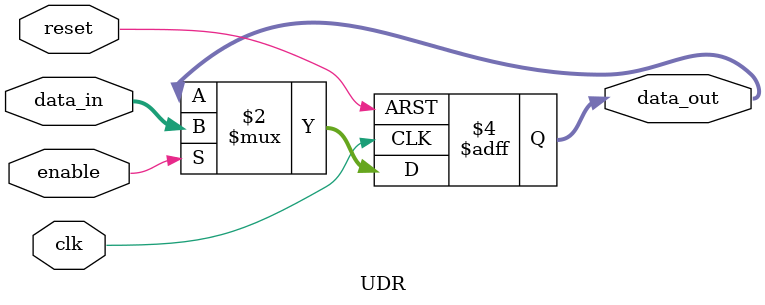
<source format=v>
module UDR (
    input wire clk,
    input wire reset,
    input wire enable,
    input wire [7:0] data_in,
    output reg [7:0] data_out
);
    always @(posedge clk or posedge reset) begin
        if (reset) begin
            data_out <= 8'b0;
        end else if (enable) begin
            data_out <= data_in;
        end
    end
endmodule

</source>
